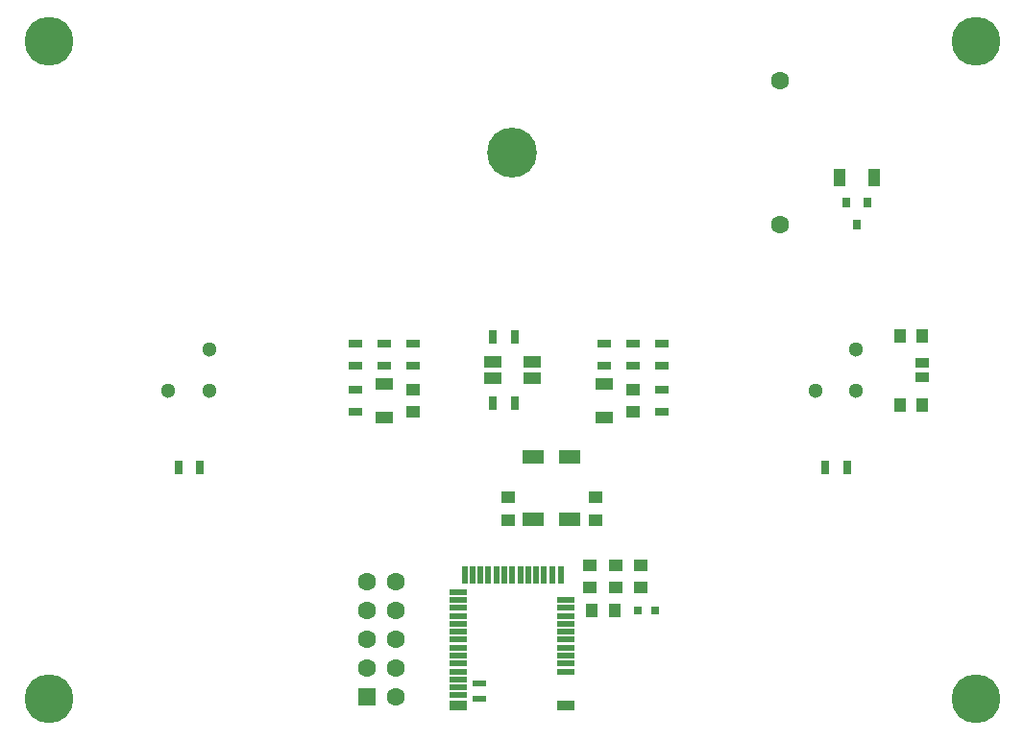
<source format=gts>
G04 #@! TF.FileFunction,Soldermask,Top*
%FSLAX46Y46*%
G04 Gerber Fmt 4.6, Leading zero omitted, Abs format (unit mm)*
G04 Created by KiCad (PCBNEW (2015-06-24 BZR 5814)-product) date Tue Mar 14 22:56:28 2017*
%MOMM*%
G01*
G04 APERTURE LIST*
%ADD10C,0.100000*%
%ADD11R,1.270000X0.970000*%
%ADD12R,1.250000X1.000000*%
%ADD13R,1.000000X1.250000*%
%ADD14C,4.300000*%
%ADD15R,0.700000X1.300000*%
%ADD16R,1.300000X0.700000*%
%ADD17C,1.600000*%
%ADD18C,4.400000*%
%ADD19R,1.500000X1.000000*%
%ADD20R,1.600000X1.600000*%
%ADD21R,0.800000X0.900000*%
%ADD22C,1.300000*%
%ADD23R,1.200000X0.500000*%
%ADD24R,1.600000X0.900000*%
%ADD25R,1.600000X0.500000*%
%ADD26R,0.500000X1.600000*%
%ADD27R,1.900000X1.300000*%
%ADD28R,1.600000X1.000000*%
%ADD29R,1.000000X1.600000*%
%ADD30R,0.800000X0.750000*%
G04 APERTURE END LIST*
D10*
D11*
X130000000Y-119360000D03*
X130000000Y-120640000D03*
D12*
X85090000Y-121682000D03*
X85090000Y-123682000D03*
X104521000Y-121682000D03*
X104521000Y-123682000D03*
X105206800Y-139176000D03*
X105206800Y-137176000D03*
X102971600Y-139176000D03*
X102971600Y-137176000D03*
X101219000Y-133207000D03*
X101219000Y-131207000D03*
X100711000Y-139176000D03*
X100711000Y-137176000D03*
X93472000Y-133207000D03*
X93472000Y-131207000D03*
D13*
X130000000Y-123037600D03*
X128000000Y-123037600D03*
X130000000Y-116967000D03*
X128000000Y-116967000D03*
X102854000Y-141224000D03*
X100854000Y-141224000D03*
D14*
X53000000Y-149000000D03*
X134700000Y-149000000D03*
X134700000Y-91000000D03*
X53000000Y-91000000D03*
D15*
X66350000Y-128600000D03*
X64450000Y-128600000D03*
D16*
X80010000Y-119568000D03*
X80010000Y-117668000D03*
X80010000Y-123632000D03*
X80010000Y-121732000D03*
D15*
X121450000Y-128600000D03*
X123350000Y-128600000D03*
D16*
X107061000Y-119568000D03*
X107061000Y-117668000D03*
X107061000Y-123632000D03*
X107061000Y-121732000D03*
X85090000Y-119568000D03*
X85090000Y-117668000D03*
X82550000Y-119568000D03*
X82550000Y-117668000D03*
X104521000Y-119568000D03*
X104521000Y-117668000D03*
X101981000Y-119568000D03*
X101981000Y-117668000D03*
D15*
X94041000Y-117094000D03*
X92141000Y-117094000D03*
X94041000Y-122936000D03*
X92141000Y-122936000D03*
D17*
X117475000Y-94488000D03*
X117475000Y-107188000D03*
D18*
X93850000Y-100838000D03*
D19*
X95600000Y-120700000D03*
X92100000Y-120700000D03*
X95600000Y-119300000D03*
X92100000Y-119300000D03*
D20*
X81026000Y-148844000D03*
D17*
X83566000Y-148844000D03*
X81026000Y-146304000D03*
X83566000Y-146304000D03*
X81026000Y-143764000D03*
X83566000Y-143764000D03*
X81026000Y-141224000D03*
X83566000Y-141224000D03*
X81026000Y-138684000D03*
X83566000Y-138684000D03*
D21*
X125156000Y-105172000D03*
X123256000Y-105172000D03*
X124206000Y-107172000D03*
D22*
X63554000Y-121796000D03*
X67146000Y-118204000D03*
X67146000Y-121796000D03*
X120554000Y-121796000D03*
X124146000Y-118204000D03*
X124146000Y-121796000D03*
D23*
X90950000Y-147622000D03*
X90950000Y-149022000D03*
D24*
X89100000Y-149572000D03*
D25*
X89100000Y-148672000D03*
X89100000Y-147972000D03*
X89100000Y-147272000D03*
X89100000Y-146572000D03*
X89100000Y-145872000D03*
X89100000Y-145172000D03*
X89100000Y-144472000D03*
X89100000Y-143772000D03*
X89100000Y-143072000D03*
X89100000Y-142372000D03*
X89100000Y-141672000D03*
X89100000Y-140972000D03*
X89100000Y-140272000D03*
X89100000Y-139572000D03*
D26*
X89650000Y-138022000D03*
X90350000Y-138022000D03*
X91050000Y-138022000D03*
X91750000Y-138022000D03*
X92450000Y-138022000D03*
X93150000Y-138022000D03*
X93850000Y-138022000D03*
X94550000Y-138022000D03*
X95250000Y-138022000D03*
X95950000Y-138022000D03*
X96650000Y-138022000D03*
X97350000Y-138022000D03*
D25*
X98600000Y-140272000D03*
X98600000Y-140972000D03*
X98600000Y-141672000D03*
X98600000Y-142372000D03*
X98600000Y-143072000D03*
X98600000Y-143772000D03*
X98600000Y-144472000D03*
X98600000Y-145172000D03*
X98600000Y-145872000D03*
D24*
X98600000Y-149572000D03*
D25*
X98600000Y-146572000D03*
D26*
X98150000Y-138022000D03*
D27*
X95682000Y-133179000D03*
X98882000Y-133179000D03*
X98882000Y-127679000D03*
X95682000Y-127679000D03*
D28*
X82550000Y-121182000D03*
X82550000Y-124182000D03*
X101981000Y-121182000D03*
X101981000Y-124182000D03*
D29*
X122706000Y-102997000D03*
X125706000Y-102997000D03*
D30*
X106414000Y-141224000D03*
X104914000Y-141224000D03*
M02*

</source>
